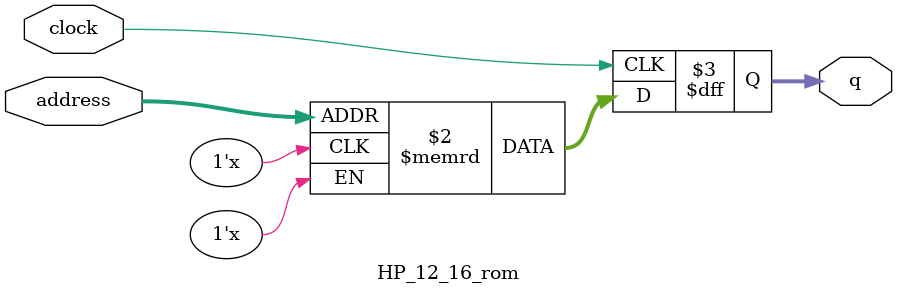
<source format=sv>
module HP_12_16_rom (
	input logic clock,
	input logic [7:0] address,
	output logic [1:0] q
);

logic [1:0] memory [0:191] /* synthesis ram_init_file = "./HP_12_16/HP_12_16.mif" */;

always_ff @ (posedge clock) begin
	q <= memory[address];
end

endmodule

</source>
